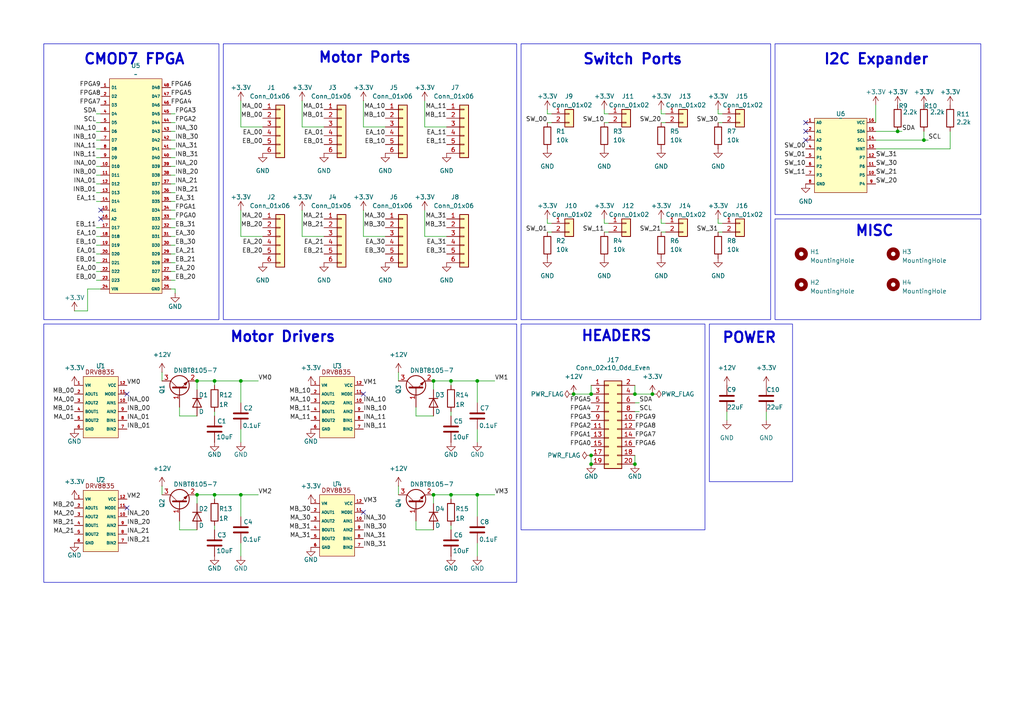
<source format=kicad_sch>
(kicad_sch (version 20231120) (generator "eeschema") (generator_version "8.0")
  (paper "A4")
  (junction (at 171.45 134.62))
  (junction (at 184.15 114.3))
  (junction (at 125.73 110.49))
  (junction (at 69.85 143.51))
  (junction (at 57.15 143.51))
  (junction (at 57.15 110.49))
  (junction (at 130.81 110.49))
  (junction (at 267.97 40.64))
  (junction (at 130.81 143.51))
  (junction (at 138.43 143.51))
  (junction (at 184.15 134.62))
  (junction (at 62.23 110.49))
  (junction (at 166.37 114.3))
  (junction (at 125.73 143.51))
  (junction (at 138.43 110.49))
  (junction (at 62.23 143.51))
  (junction (at 171.45 114.3))
  (junction (at 69.85 110.49))
  (junction (at 189.23 114.3))
  (junction (at 260.35 38.1))
  (junction (at 171.45 132.08))
  (no_connect (at 36.83 114.3))
  (no_connect (at 233.68 35.56))
  (no_connect (at 29.21 63.5))
  (no_connect (at 330.2 130.81))
  (no_connect (at 29.21 60.96))
  (no_connect (at 105.41 114.3))
  (no_connect (at 330.2 128.27))
  (no_connect (at 105.41 148.59))
  (no_connect (at 36.83 147.32))
  (no_connect (at 233.68 38.1))
  (no_connect (at 233.68 40.64))
  (wire (pts (xy 50.8 35.56) (xy 49.53 35.56)))
  (wire (pts (xy 27.94 35.56) (xy 29.21 35.56)))
  (wire (pts (xy 125.73 110.49) (xy 130.81 110.49)))
  (wire (pts (xy 50.8 53.34) (xy 49.53 53.34)))
  (wire (pts (xy 191.77 33.02) (xy 193.04 33.02)))
  (wire (pts (xy 27.94 48.26) (xy 29.21 48.26)))
  (wire (pts (xy 69.85 149.86) (xy 69.85 143.51)))
  (wire (pts (xy 254 40.64) (xy 267.97 40.64)))
  (wire (pts (xy 76.2 36.83) (xy 69.85 36.83)))
  (wire (pts (xy 27.94 50.8) (xy 29.21 50.8)))
  (wire (pts (xy 125.73 143.51) (xy 130.81 143.51)))
  (wire (pts (xy 27.94 78.74) (xy 29.21 78.74)))
  (wire (pts (xy 46.99 140.97) (xy 46.99 143.51)))
  (wire (pts (xy 208.28 35.56) (xy 209.55 35.56)))
  (wire (pts (xy 46.99 107.95) (xy 46.99 110.49)))
  (wire (pts (xy 254 38.1) (xy 260.35 38.1)))
  (wire (pts (xy 27.94 55.88) (xy 29.21 55.88)))
  (wire (pts (xy 138.43 149.86) (xy 138.43 143.51)))
  (wire (pts (xy 158.75 63.5) (xy 158.75 64.77)))
  (wire (pts (xy 69.85 36.83) (xy 69.85 29.21)))
  (wire (pts (xy 49.53 83.82) (xy 50.8 83.82)))
  (wire (pts (xy 158.75 33.02) (xy 160.02 33.02)))
  (wire (pts (xy 175.26 31.75) (xy 175.26 33.02)))
  (wire (pts (xy 130.81 110.49) (xy 138.43 110.49)))
  (wire (pts (xy 166.37 114.3) (xy 171.45 114.3)))
  (wire (pts (xy 50.8 73.66) (xy 49.53 73.66)))
  (wire (pts (xy 184.15 111.76) (xy 184.15 114.3)))
  (wire (pts (xy 62.23 143.51) (xy 69.85 143.51)))
  (wire (pts (xy 158.75 64.77) (xy 160.02 64.77)))
  (wire (pts (xy 50.8 48.26) (xy 49.53 48.26)))
  (wire (pts (xy 27.94 66.04) (xy 29.21 66.04)))
  (wire (pts (xy 50.8 68.58) (xy 49.53 68.58)))
  (wire (pts (xy 125.73 113.03) (xy 125.73 110.49)))
  (wire (pts (xy 69.85 68.58) (xy 69.85 60.96)))
  (wire (pts (xy 50.8 55.88) (xy 49.53 55.88)))
  (wire (pts (xy 123.19 68.58) (xy 123.19 60.96)))
  (wire (pts (xy 27.94 53.34) (xy 29.21 53.34)))
  (wire (pts (xy 105.41 36.83) (xy 105.41 29.21)))
  (wire (pts (xy 27.94 38.1) (xy 29.21 38.1)))
  (wire (pts (xy 62.23 144.78) (xy 62.23 143.51)))
  (wire (pts (xy 50.8 66.04) (xy 49.53 66.04)))
  (wire (pts (xy 57.15 146.05) (xy 57.15 143.51)))
  (wire (pts (xy 138.43 110.49) (xy 143.51 110.49)))
  (wire (pts (xy 69.85 110.49) (xy 74.93 110.49)))
  (wire (pts (xy 57.15 143.51) (xy 62.23 143.51)))
  (wire (pts (xy 175.26 35.56) (xy 176.53 35.56)))
  (wire (pts (xy 138.43 143.51) (xy 143.51 143.51)))
  (wire (pts (xy 130.81 111.76) (xy 130.81 110.49)))
  (wire (pts (xy 185.42 119.38) (xy 184.15 119.38)))
  (wire (pts (xy 120.65 120.65) (xy 120.65 118.11)))
  (wire (pts (xy 130.81 143.51) (xy 138.43 143.51)))
  (wire (pts (xy 208.28 64.77) (xy 209.55 64.77)))
  (wire (pts (xy 27.94 33.02) (xy 29.21 33.02)))
  (wire (pts (xy 115.57 107.95) (xy 115.57 110.49)))
  (wire (pts (xy 175.26 33.02) (xy 176.53 33.02)))
  (wire (pts (xy 25.4 83.82) (xy 29.21 83.82)))
  (wire (pts (xy 50.8 33.02) (xy 49.53 33.02)))
  (wire (pts (xy 115.57 140.97) (xy 115.57 143.51)))
  (wire (pts (xy 158.75 35.56) (xy 160.02 35.56)))
  (wire (pts (xy 129.54 68.58) (xy 123.19 68.58)))
  (wire (pts (xy 171.45 132.08) (xy 171.45 134.62)))
  (wire (pts (xy 184.15 114.3) (xy 189.23 114.3)))
  (wire (pts (xy 27.94 43.18) (xy 29.21 43.18)))
  (wire (pts (xy 57.15 113.03) (xy 57.15 110.49)))
  (wire (pts (xy 50.8 81.28) (xy 49.53 81.28)))
  (wire (pts (xy 50.8 83.82) (xy 50.8 85.09)))
  (wire (pts (xy 52.07 153.67) (xy 52.07 151.13)))
  (wire (pts (xy 120.65 153.67) (xy 125.73 153.67)))
  (wire (pts (xy 175.26 64.77) (xy 176.53 64.77)))
  (wire (pts (xy 275.59 38.1) (xy 275.59 43.18)))
  (wire (pts (xy 138.43 116.84) (xy 138.43 110.49)))
  (wire (pts (xy 208.28 63.5) (xy 208.28 64.77)))
  (wire (pts (xy 138.43 128.27) (xy 138.43 124.46)))
  (wire (pts (xy 171.45 111.76) (xy 171.45 114.3)))
  (wire (pts (xy 27.94 40.64) (xy 29.21 40.64)))
  (wire (pts (xy 27.94 81.28) (xy 29.21 81.28)))
  (wire (pts (xy 191.77 31.75) (xy 191.77 33.02)))
  (wire (pts (xy 254 43.18) (xy 275.59 43.18)))
  (wire (pts (xy 27.94 76.2) (xy 29.21 76.2)))
  (wire (pts (xy 27.94 45.72) (xy 29.21 45.72)))
  (wire (pts (xy 69.85 128.27) (xy 69.85 124.46)))
  (wire (pts (xy 254 30.48) (xy 254 35.56)))
  (wire (pts (xy 49.53 38.1) (xy 50.8 38.1)))
  (wire (pts (xy 138.43 161.29) (xy 138.43 157.48)))
  (wire (pts (xy 87.63 68.58) (xy 87.63 60.96)))
  (wire (pts (xy 52.07 120.65) (xy 57.15 120.65)))
  (wire (pts (xy 49.53 45.72) (xy 50.8 45.72)))
  (wire (pts (xy 50.8 60.96) (xy 49.53 60.96)))
  (wire (pts (xy 111.76 36.83) (xy 105.41 36.83)))
  (wire (pts (xy 185.42 116.84) (xy 184.15 116.84)))
  (wire (pts (xy 208.28 31.75) (xy 208.28 33.02)))
  (wire (pts (xy 93.98 68.58) (xy 87.63 68.58)))
  (wire (pts (xy 208.28 67.31) (xy 209.55 67.31)))
  (wire (pts (xy 57.15 110.49) (xy 62.23 110.49)))
  (wire (pts (xy 267.97 38.1) (xy 267.97 40.64)))
  (wire (pts (xy 52.07 153.67) (xy 57.15 153.67)))
  (wire (pts (xy 184.15 132.08) (xy 184.15 134.62)))
  (wire (pts (xy 191.77 64.77) (xy 193.04 64.77)))
  (wire (pts (xy 62.23 153.67) (xy 62.23 152.4)))
  (wire (pts (xy 76.2 68.58) (xy 69.85 68.58)))
  (wire (pts (xy 210.82 119.38) (xy 210.82 121.92)))
  (wire (pts (xy 50.8 63.5) (xy 49.53 63.5)))
  (wire (pts (xy 130.81 153.67) (xy 130.81 152.4)))
  (wire (pts (xy 158.75 31.75) (xy 158.75 33.02)))
  (wire (pts (xy 175.26 63.5) (xy 175.26 64.77)))
  (wire (pts (xy 25.4 90.17) (xy 21.59 90.17)))
  (wire (pts (xy 129.54 36.83) (xy 123.19 36.83)))
  (wire (pts (xy 222.25 119.38) (xy 222.25 121.92)))
  (wire (pts (xy 69.85 143.51) (xy 74.93 143.51)))
  (wire (pts (xy 69.85 161.29) (xy 69.85 157.48)))
  (wire (pts (xy 130.81 120.65) (xy 130.81 119.38)))
  (wire (pts (xy 62.23 120.65) (xy 62.23 119.38)))
  (wire (pts (xy 120.65 153.67) (xy 120.65 151.13)))
  (wire (pts (xy 50.8 58.42) (xy 49.53 58.42)))
  (wire (pts (xy 158.75 67.31) (xy 160.02 67.31)))
  (wire (pts (xy 27.94 68.58) (xy 29.21 68.58)))
  (wire (pts (xy 125.73 146.05) (xy 125.73 143.51)))
  (wire (pts (xy 62.23 110.49) (xy 69.85 110.49)))
  (wire (pts (xy 49.53 43.18) (xy 50.8 43.18)))
  (wire (pts (xy 50.8 76.2) (xy 49.53 76.2)))
  (wire (pts (xy 130.81 144.78) (xy 130.81 143.51)))
  (wire (pts (xy 120.65 120.65) (xy 125.73 120.65)))
  (wire (pts (xy 27.94 58.42) (xy 29.21 58.42)))
  (wire (pts (xy 123.19 36.83) (xy 123.19 29.21)))
  (wire (pts (xy 25.4 90.17) (xy 25.4 83.82)))
  (wire (pts (xy 191.77 63.5) (xy 191.77 64.77)))
  (wire (pts (xy 267.97 40.64) (xy 269.24 40.64)))
  (wire (pts (xy 50.8 71.12) (xy 49.53 71.12)))
  (wire (pts (xy 49.53 40.64) (xy 50.8 40.64)))
  (wire (pts (xy 191.77 67.31) (xy 193.04 67.31)))
  (wire (pts (xy 52.07 120.65) (xy 52.07 118.11)))
  (wire (pts (xy 27.94 73.66) (xy 29.21 73.66)))
  (wire (pts (xy 208.28 33.02) (xy 209.55 33.02)))
  (wire (pts (xy 175.26 67.31) (xy 176.53 67.31)))
  (wire (pts (xy 27.94 71.12) (xy 29.21 71.12)))
  (wire (pts (xy 69.85 116.84) (xy 69.85 110.49)))
  (wire (pts (xy 50.8 50.8) (xy 49.53 50.8)))
  (wire (pts (xy 87.63 36.83) (xy 87.63 29.21)))
  (wire (pts (xy 105.41 68.58) (xy 105.41 60.96)))
  (wire (pts (xy 191.77 35.56) (xy 193.04 35.56)))
  (wire (pts (xy 260.35 38.1) (xy 261.62 38.1)))
  (wire (pts (xy 111.76 68.58) (xy 105.41 68.58)))
  (wire (pts (xy 93.98 36.83) (xy 87.63 36.83)))
  (wire (pts (xy 50.8 78.74) (xy 49.53 78.74)))
  (wire (pts (xy 62.23 111.76) (xy 62.23 110.49)))
  (rectangle (start 12.7 12.7) (end 63.5 92.71))
  (rectangle (start 224.79 63.5) (end 284.48 92.71))
  (rectangle (start 224.79 12.7) (end 284.48 62.23))
  (rectangle (start 12.7 93.98) (end 149.86 168.91))
  (rectangle (start 64.77 12.7) (end 149.86 92.71))
  (rectangle (start 151.13 12.7) (end 223.52 92.71))
  (rectangle (start 151.13 93.98) (end 204.47 153.67))
  (rectangle (start 205.74 93.98) (end 229.87 139.7))
  (text "CMOD7 FPGA" (at 24.13 19.05 0) (effects (font (size 3 3) (thickness 0.6) (bold yes)) (justify left bottom)))
  (text "I2C Expander" (at 238.76 19.05 0) (effects (font (size 3 3) (thickness 0.6) (bold yes)) (justify left bottom)))
  (text "Motor Ports" (at 92.202 18.542 0) (effects (font (size 3 3) (thickness 0.6) (bold yes)) (justify left bottom)))
  (text "Switch Ports" (at 168.91 19.05 0) (effects (font (size 3 3) (thickness 0.6) (bold yes)) (justify left bottom)))
  (text "POWER" (at 209.296 99.822 0) (effects (font (size 3 3) (thickness 0.6) (bold yes)) (justify left bottom)))
  (text "MISC" (at 247.904 68.834 0) (effects (font (size 3 3) (thickness 0.6) (bold yes)) (justify left bottom)))
  (text "Motor Drivers" (at 66.548 99.568 0) (effects (font (size 3 3) (thickness 0.6) (bold yes)) (justify left bottom)))
  (text "HEADERS\n" (at 168.402 99.314 0) (effects (font (size 3 3) (thickness 0.6) (bold yes)) (justify left bottom)))
  (label "SW_30" (at 208.28 35.56 180))
  (label "FPGA4" (at 49.53 30.48 0))
  (label "MB_21" (at 21.59 152.4 180))
  (label "INA_30" (at 50.8 38.1 0))
  (label "EA_21" (at 93.98 71.12 180))
  (label "FPGA5" (at 49.53 27.94 0))
  (label "EA_21" (at 50.8 73.66 0))
  (label "INA_20" (at 36.83 149.86 0))
  (label "MB_31" (at 90.17 153.67 180))
  (label "MA_31" (at 129.54 63.5 180))
  (label "SW_01" (at 158.75 67.31 180))
  (label "FPGA1" (at 50.8 60.96 0))
  (label "FPGA5" (at 171.45 116.84 180))
  (label "EB_30" (at 50.8 71.12 0))
  (label "EA_31" (at 50.8 58.42 0))
  (label "INB_01" (at 36.83 124.46 0))
  (label "VM1" (at 105.41 111.76 0))
  (label "EB_11" (at 27.94 66.04 180))
  (label "FPGA7" (at 29.21 30.48 180))
  (label "INB_10" (at 27.94 40.64 180))
  (label "MB_11" (at 129.54 34.29 180))
  (label "MB_01" (at 21.59 119.38 180))
  (label "MA_11" (at 90.17 121.92 180))
  (label "SW_01" (at 233.68 45.72 180))
  (label "MA_00" (at 21.59 116.84 180))
  (label "SW_20" (at 254 53.34 0))
  (label "INB_00" (at 27.94 50.8 180))
  (label "EB_11" (at 129.54 41.91 180))
  (label "FPGA8" (at 29.21 27.94 180))
  (label "INA_00" (at 36.83 116.84 0))
  (label "EB_01" (at 93.98 41.91 180))
  (label "EA_01" (at 27.94 73.66 180))
  (label "MB_20" (at 21.59 147.32 180))
  (label "SCL" (at 185.42 119.38 0))
  (label "EB_20" (at 76.2 73.66 180))
  (label "MA_10" (at 90.17 116.84 180))
  (label "EB_31" (at 50.8 66.04 0))
  (label "INB_20" (at 50.8 50.8 0))
  (label "INA_31" (at 105.41 156.21 0))
  (label "FPGA9" (at 29.21 25.4 180))
  (label "EB_20" (at 50.8 81.28 0))
  (label "MB_01" (at 93.98 34.29 180))
  (label "MB_10" (at 111.76 34.29 180))
  (label "MA_01" (at 21.59 121.92 180))
  (label "FPGA1" (at 171.45 127 180))
  (label "MA_20" (at 76.2 63.5 180))
  (label "INB_31" (at 105.41 158.75 0))
  (label "EB_21" (at 93.98 73.66 180))
  (label "MB_00" (at 76.2 34.29 180))
  (label "SW_00" (at 233.68 43.18 180))
  (label "SW_21" (at 191.77 67.31 180))
  (label "VM0" (at 36.83 111.76 0))
  (label "EB_30" (at 111.76 73.66 180))
  (label "FPGA2" (at 50.8 35.56 0))
  (label "INA_01" (at 36.83 121.92 0))
  (label "MA_21" (at 21.59 154.94 180))
  (label "EB_00" (at 76.2 41.91 180))
  (label "FPGA0" (at 50.8 63.5 0))
  (label "EB_10" (at 27.94 71.12 180))
  (label "EA_11" (at 129.54 39.37 180))
  (label "MB_30" (at 111.76 66.04 180))
  (label "FPGA6" (at 184.15 129.54 0))
  (label "VM2" (at 36.83 144.78 0))
  (label "EA_10" (at 111.76 39.37 180))
  (label "INB_00" (at 36.83 119.38 0))
  (label "EA_20" (at 50.8 78.74 0))
  (label "EB_00" (at 27.94 81.28 180))
  (label "EA_01" (at 93.98 39.37 180))
  (label "SCL" (at 269.24 40.64 0))
  (label "MB_10" (at 90.17 114.3 180))
  (label "MB_21" (at 93.98 66.04 180))
  (label "EB_01" (at 27.94 76.2 180))
  (label "SW_31" (at 254 45.72 0))
  (label "EA_00" (at 76.2 39.37 180))
  (label "SW_00" (at 158.75 35.56 180))
  (label "MA_01" (at 93.98 31.75 180))
  (label "MB_11" (at 90.17 119.38 180))
  (label "FPGA0" (at 171.45 129.54 180))
  (label "VM2" (at 74.93 143.51 0))
  (label "SDA" (at 185.42 116.84 0))
  (label "INA_01" (at 27.94 53.34 180))
  (label "EA_31" (at 129.54 71.12 180))
  (label "SDA" (at 27.94 33.02 180))
  (label "INB_01" (at 27.94 55.88 180))
  (label "EA_10" (at 27.94 68.58 180))
  (label "MA_00" (at 76.2 31.75 180))
  (label "EA_30" (at 111.76 71.12 180))
  (label "MB_20" (at 76.2 66.04 180))
  (label "FPGA2" (at 171.45 124.46 180))
  (label "INA_21" (at 36.83 154.94 0))
  (label "INA_10" (at 105.41 116.84 0))
  (label "SW_20" (at 191.77 35.56 180))
  (label "MA_20" (at 21.59 149.86 180))
  (label "INA_31" (at 50.8 43.18 0))
  (label "INA_11" (at 105.41 121.92 0))
  (label "SW_11" (at 233.68 50.8 180))
  (label "INB_20" (at 36.83 152.4 0))
  (label "FPGA8" (at 184.15 124.46 0))
  (label "MA_10" (at 111.76 31.75 180))
  (label "VM3" (at 143.51 143.51 0))
  (label "INA_21" (at 50.8 53.34 0))
  (label "SW_31" (at 208.28 67.31 180))
  (label "INB_21" (at 50.8 55.88 0))
  (label "EA_30" (at 50.8 68.58 0))
  (label "INB_30" (at 105.41 153.67 0))
  (label "VM0" (at 74.93 110.49 0))
  (label "SCL" (at 27.94 35.56 180))
  (label "EB_21" (at 50.8 76.2 0))
  (label "MA_11" (at 129.54 31.75 180))
  (label "MA_30" (at 90.17 151.13 180))
  (label "MA_21" (at 93.98 63.5 180))
  (label "EA_11" (at 27.94 58.42 180))
  (label "SW_10" (at 233.68 48.26 180))
  (label "FPGA4" (at 171.45 119.38 180))
  (label "MB_00" (at 21.59 114.3 180))
  (label "INA_20" (at 50.8 48.26 0))
  (label "EA_00" (at 27.94 78.74 180))
  (label "FPGA7" (at 184.15 127 0))
  (label "INB_11" (at 27.94 45.72 180))
  (label "INB_31" (at 50.8 45.72 0))
  (label "FPGA3" (at 171.45 121.92 180))
  (label "INA_10" (at 27.94 38.1 180))
  (label "SW_11" (at 175.26 67.31 180))
  (label "SDA" (at 261.62 38.1 0))
  (label "INB_11" (at 105.41 124.46 0))
  (label "MB_31" (at 129.54 66.04 180))
  (label "VM1" (at 143.51 110.49 0))
  (label "EB_10" (at 111.76 41.91 180))
  (label "INB_10" (at 105.41 119.38 0))
  (label "EA_20" (at 76.2 71.12 180))
  (label "INB_30" (at 50.8 40.64 0))
  (label "INA_00" (at 27.94 48.26 180))
  (label "VM3" (at 105.41 146.05 0))
  (label "INB_21" (at 36.83 157.48 0))
  (label "MB_30" (at 90.17 148.59 180))
  (label "SW_10" (at 175.26 35.56 180))
  (label "FPGA9" (at 184.15 121.92 0))
  (label "FPGA6" (at 49.53 25.4 0))
  (label "INA_11" (at 27.94 43.18 180))
  (label "SW_21" (at 254 50.8 0))
  (label "EB_31" (at 129.54 73.66 180))
  (label "MA_30" (at 111.76 63.5 180))
  (label "INA_30" (at 105.41 151.13 0))
  (label "FPGA3" (at 50.8 33.02 0))
  (label "SW_30" (at 254 48.26 0))
  (label "MA_31" (at 90.17 156.21 180))
  (symbol (lib_id "power:+3.3V") (at 123.19 29.21 0) (unit 1)
    (property "Reference" "#PWR013" (effects (hide yes)))
    (property "Value" "+3.3V" (at 123.19 25.4 0))
    (property "Description" "Power symbol creates a global label with name \"+3.3V\"" (effects (hide yes)))
  )
  (symbol (lib_id "power:+3.3V") (at 191.77 63.5 0) (unit 1)
    (property "Reference" "#PWR027" (effects (hide yes)))
    (property "Value" "+3.3V" (at 191.77 59.69 0))
    (property "Description" "Power symbol creates a global label with name \"+3.3V\"" (effects (hide yes)))
  )
  (symbol (lib_id "Device:D") (at 125.73 149.86 270) (unit 1)
    (property "Reference" "D4" (at 126.238 147.574 90) (effects (justify left)))
    (property "Value" "D" (at 126.238 152.4 90) (effects (justify left)))
    (property "Footprint" "Diode_SMD:D_SMA" (effects (hide yes)))
    (property "Description" "Diode" (effects (hide yes)))
    (property "Sim.Device" "D" (effects (hide yes)))
    (property "Sim.Pins" "1=K 2=A" (effects (hide yes)))
  )
  (symbol (lib_id "Device:R") (at 158.75 71.12 0) (unit 1)
    (property "Reference" "R2" (at 161.29 69.8499 0) (effects (justify left)))
    (property "Value" "10k" (at 161.29 72.3899 0) (effects (justify left)))
    (property "Footprint" "Resistor_SMD:R_0603_1608Metric_Pad0.98x0.95mm_HandSolder" (effects (hide yes)))
    (property "Description" "Resistor" (effects (hide yes)))
  )
  (symbol (lib_id "Connector_Generic:Conn_01x02") (at 214.63 33.02 0) (unit 1)
    (property "Reference" "J15" (at 213.36 27.94 0) (effects (justify left)))
    (property "Value" "Conn_01x02" (at 209.55 30.48 0) (effects (justify left)))
    (property "Footprint" "Connector_PinHeader_2.54mm:PinHeader_1x02_P2.54mm_Vertical_SMD_Pin1Left" (effects (hide yes)))
    (property "Description" "Generic connector, single row, 01x02, script generated (kicad-library-utils/schlib/autogen/connector/)" (effects (hide yes)))
  )
  (symbol (lib_id "power:+3.3V") (at 158.75 63.5 0) (unit 1)
    (property "Reference" "#PWR019" (effects (hide yes)))
    (property "Value" "+3.3V" (at 158.75 59.69 0))
    (property "Description" "Power symbol creates a global label with name \"+3.3V\"" (effects (hide yes)))
  )
  (symbol (lib_id "power:+3.3V") (at 222.25 111.76 0) (unit 1)
    (property "Reference" "#PWR070" (effects (hide yes)))
    (property "Value" "+3.3V" (at 222.25 106.68 0))
    (property "Description" "Power symbol creates a global label with name \"+3.3V\"" (effects (hide yes)))
  )
  (symbol (lib_id "power:GND") (at 76.2 76.2 0) (unit 1)
    (property "Reference" "#PWR04" (effects (hide yes)))
    (property "Value" "GND" (at 76.2 81.28 0))
    (property "Description" "Power symbol creates a global label with name \"GND\" , ground" (effects (hide yes)))
  )
  (symbol (lib_id "power:GND") (at 208.28 74.93 0) (unit 1)
    (property "Reference" "#PWR032" (effects (hide yes)))
    (property "Value" "GND" (at 208.28 80.01 0))
    (property "Description" "Power symbol creates a global label with name \"GND\" , ground" (effects (hide yes)))
  )
  (symbol (lib_id "Device:R") (at 175.26 39.37 0) (unit 1)
    (property "Reference" "R3" (at 177.8 38.0999 0) (effects (justify left)))
    (property "Value" "10k" (at 177.8 40.6399 0) (effects (justify left)))
    (property "Footprint" "Resistor_SMD:R_0603_1608Metric_Pad0.98x0.95mm_HandSolder" (effects (hide yes)))
    (property "Description" "Resistor" (effects (hide yes)))
  )
  (symbol (lib_id "RiskyBear:DRV8835") (at 29.21 109.22 0) (unit 1)
    (property "Reference" "U1" (at 29.21 106.172 0))
    (property "Value" "~" (at 29.21 105.41 0))
    (property "Footprint" "Package_DFN_QFN:TDFN-12_2x3mm_P0.5mm" (effects (hide yes)))
  )
  (symbol (lib_id "RiskyBear:DRV8835") (at 29.21 142.24 0) (unit 1)
    (property "Reference" "U2" (at 29.21 139.192 0))
    (property "Value" "~" (at 29.21 138.43 0))
    (property "Footprint" "Package_DFN_QFN:TDFN-12_2x3mm_P0.5mm" (effects (hide yes)))
  )
  (symbol (lib_id "Device:C") (at 62.23 157.48 0) (unit 1)
    (property "Reference" "C3" (at 62.992 155.194 0) (effects (justify left)))
    (property "Value" "10uF" (at 62.738 159.766 0) (effects (justify left)))
    (property "Footprint" "Capacitor_SMD:C_0805_2012Metric" (effects (hide yes)))
    (property "Description" "Unpolarized capacitor" (effects (hide yes)))
  )
  (symbol (lib_id "Connector_Generic:Conn_01x06") (at 81.28 68.58 0) (unit 1)
    (property "Reference" "J2" (at 77.47 57.15 0) (effects (justify left)))
    (property "Value" "Conn_01x06" (at 72.39 59.69 0) (effects (justify left)))
    (property "Footprint" "Connector_JST:JST_SH_BM06B-SRSS-TB_1x06-1MP_P1.00mm_Vertical" (effects (hide yes)))
    (property "Description" "Generic connector, single row, 01x06, script generated (kicad-library-utils/schlib/autogen/connector/)" (effects (hide yes)))
  )
  (symbol (lib_id "Connector_Generic:Conn_01x06") (at 116.84 36.83 0) (unit 1)
    (property "Reference" "J5" (at 113.03 25.4 0) (effects (justify left)))
    (property "Value" "Conn_01x06" (at 107.95 27.94 0) (effects (justify left)))
    (property "Footprint" "Connector_JST:JST_SH_BM06B-SRSS-TB_1x06-1MP_P1.00mm_Vertical" (effects (hide yes)))
    (property "Description" "Generic connector, single row, 01x06, script generated (kicad-library-utils/schlib/autogen/connector/)" (effects (hide yes)))
  )
  (symbol (lib_id "power:+3.3V") (at 275.59 30.48 0) (unit 1)
    (property "Reference" "#PWR055" (effects (hide yes)))
    (property "Value" "+3.3V" (at 275.59 26.67 0))
    (property "Description" "Power symbol creates a global label with name \"+3.3V\"" (effects (hide yes)))
  )
  (symbol (lib_id "power:+3.3V") (at 254 30.48 0) (unit 1)
    (property "Reference" "#PWR052" (effects (hide yes)))
    (property "Value" "+3.3V" (at 254 26.67 0))
    (property "Description" "Power symbol creates a global label with name \"+3.3V\"" (effects (hide yes)))
  )
  (symbol (lib_id "power:+3.3V") (at 175.26 63.5 0) (unit 1)
    (property "Reference" "#PWR023" (effects (hide yes)))
    (property "Value" "+3.3V" (at 175.26 59.69 0))
    (property "Description" "Power symbol creates a global label with name \"+3.3V\"" (effects (hide yes)))
  )
  (symbol (lib_id "power:GND") (at 69.85 128.27 0) (unit 1)
    (property "Reference" "#PWR047" (effects (hide yes)))
    (property "Value" "GND" (at 69.85 131.826 0))
    (property "Description" "Power symbol creates a global label with name \"GND\" , ground" (effects (hide yes)))
  )
  (symbol (lib_id "power:+3.3V") (at 175.26 31.75 0) (unit 1)
    (property "Reference" "#PWR021" (effects (hide yes)))
    (property "Value" "+3.3V" (at 175.26 27.94 0))
    (property "Description" "Power symbol creates a global label with name \"+3.3V\"" (effects (hide yes)))
  )
  (symbol (lib_id "Device:R") (at 62.23 115.57 0) (unit 1)
    (property "Reference" "R12" (at 63.5 114.554 0) (effects (justify left)))
    (property "Value" "1R" (at 63.5 117.348 0) (effects (justify left)))
    (property "Footprint" "Capacitor_SMD:C_0603_1608Metric" (effects (hide yes)))
    (property "Description" "Resistor" (effects (hide yes)))
  )
  (symbol (lib_id "power:GND") (at 175.26 74.93 0) (unit 1)
    (property "Reference" "#PWR024" (effects (hide yes)))
    (property "Value" "GND" (at 175.26 80.01 0))
    (property "Description" "Power symbol creates a global label with name \"GND\" , ground" (effects (hide yes)))
  )
  (symbol (lib_id "Device:C") (at 69.85 153.67 0) (unit 1)
    (property "Reference" "C4" (at 70.612 151.384 0) (effects (justify left)))
    (property "Value" "0.1uF" (at 70.358 156.464 0) (effects (justify left)))
    (property "Footprint" "Capacitor_SMD:C_0805_2012Metric" (effects (hide yes)))
    (property "Description" "Unpolarized capacitor" (effects (hide yes)))
  )
  (symbol (lib_id "Connector_Generic:Conn_01x06") (at 116.84 68.58 0) (unit 1)
    (property "Reference" "J6" (at 113.03 57.15 0) (effects (justify left)))
    (property "Value" "Conn_01x06" (at 107.95 59.69 0) (effects (justify left)))
    (property "Footprint" "Connector_JST:JST_SH_BM06B-SRSS-TB_1x06-1MP_P1.00mm_Vertical" (effects (hide yes)))
    (property "Description" "Generic connector, single row, 01x06, script generated (kicad-library-utils/schlib/autogen/connector/)" (effects (hide yes)))
  )
  (symbol (lib_id "power:GND") (at 93.98 44.45 0) (unit 1)
    (property "Reference" "#PWR07" (effects (hide yes)))
    (property "Value" "GND" (at 93.98 49.53 0))
    (property "Description" "Power symbol creates a global label with name \"GND\" , ground" (effects (hide yes)))
  )
  (symbol (lib_id "Device:C") (at 62.23 124.46 0) (unit 1)
    (property "Reference" "C1" (at 62.992 122.174 0) (effects (justify left)))
    (property "Value" "10uF" (at 62.738 126.746 0) (effects (justify left)))
    (property "Footprint" "Capacitor_SMD:C_0805_2012Metric" (effects (hide yes)))
    (property "Description" "Unpolarized capacitor" (effects (hide yes)))
  )
  (symbol (lib_id "power:+12V") (at 115.57 140.97 0) (unit 1)
    (property "Reference" "#PWR059" (effects (hide yes)))
    (property "Value" "+12V" (at 115.57 135.89 0))
    (property "Description" "Power symbol creates a global label with name \"+12V\"" (effects (hide yes)))
  )
  (symbol (lib_id "Device:R") (at 62.23 148.59 0) (unit 1)
    (property "Reference" "R13" (at 63.5 147.574 0) (effects (justify left)))
    (property "Value" "1R" (at 63.5 150.368 0) (effects (justify left)))
    (property "Footprint" "Capacitor_SMD:C_0603_1608Metric" (effects (hide yes)))
    (property "Description" "Resistor" (effects (hide yes)))
  )
  (symbol (lib_id "power:+3.3V") (at 69.85 29.21 0) (unit 1)
    (property "Reference" "#PWR01" (effects (hide yes)))
    (property "Value" "+3.3V" (at 69.85 25.4 0))
    (property "Description" "Power symbol creates a global label with name \"+3.3V\"" (effects (hide yes)))
  )
  (symbol (lib_id "power:GND") (at 111.76 76.2 0) (unit 1)
    (property "Reference" "#PWR012" (effects (hide yes)))
    (property "Value" "GND" (at 111.76 81.28 0))
    (property "Description" "Power symbol creates a global label with name \"GND\" , ground" (effects (hide yes)))
  )
  (symbol (lib_id "Connector_Generic:Conn_01x06") (at 81.28 36.83 0) (unit 1)
    (property "Reference" "J1" (at 77.47 25.4 0) (effects (justify left)))
    (property "Value" "Conn_01x06" (at 72.39 27.94 0) (effects (justify left)))
    (property "Footprint" "Connector_JST:JST_SH_BM06B-SRSS-TB_1x06-1MP_P1.00mm_Vertical" (effects (hide yes)))
    (property "Description" "Generic connector, single row, 01x06, script generated (kicad-library-utils/schlib/autogen/connector/)" (effects (hide yes)))
  )
  (symbol (lib_id "Connector_Generic:Conn_01x02") (at 198.12 33.02 0) (unit 1)
    (property "Reference" "J13" (at 196.85 27.94 0) (effects (justify left)))
    (property "Value" "Conn_01x02" (at 193.04 30.48 0) (effects (justify left)))
    (property "Footprint" "Connector_PinHeader_2.54mm:PinHeader_1x02_P2.54mm_Vertical_SMD_Pin1Left" (effects (hide yes)))
    (property "Description" "Generic connector, single row, 01x02, script generated (kicad-library-utils/schlib/autogen/connector/)" (effects (hide yes)))
  )
  (symbol (lib_id "power:+3.3V") (at 105.41 29.21 0) (unit 1)
    (property "Reference" "#PWR09" (effects (hide yes)))
    (property "Value" "+3.3V" (at 105.41 25.4 0))
    (property "Description" "Power symbol creates a global label with name \"+3.3V\"" (effects (hide yes)))
  )
  (symbol (lib_id "power:GND") (at 130.81 161.29 0) (unit 1)
    (property "Reference" "#PWR061" (effects (hide yes)))
    (property "Value" "GND" (at 130.81 164.846 0))
    (property "Description" "Power symbol creates a global label with name \"GND\" , ground" (effects (hide yes)))
  )
  (symbol (lib_id "power:GND") (at 62.23 128.27 0) (unit 1)
    (property "Reference" "#PWR046" (effects (hide yes)))
    (property "Value" "GND" (at 62.23 131.826 0))
    (property "Description" "Power symbol creates a global label with name \"GND\" , ground" (effects (hide yes)))
  )
  (symbol (lib_id "power:GND") (at 233.68 53.34 0) (unit 1)
    (property "Reference" "#PWR051" (effects (hide yes)))
    (property "Value" "GND" (at 233.68 58.42 0))
    (property "Description" "Power symbol creates a global label with name \"GND\" , ground" (effects (hide yes)))
  )
  (symbol (lib_id "Device:R") (at 158.75 39.37 0) (unit 1)
    (property "Reference" "R1" (at 161.29 38.0999 0) (effects (justify left)))
    (property "Value" "10k" (at 161.29 40.6399 0) (effects (justify left)))
    (property "Footprint" "Resistor_SMD:R_0603_1608Metric_Pad0.98x0.95mm_HandSolder" (effects (hide yes)))
    (property "Description" "Resistor" (effects (hide yes)))
  )
  (symbol (lib_id "Device:Q_NPN_BEC") (at 120.65 113.03 90) (unit 1)
    (property "Reference" "Q3" (at 115.57 114.3 0) (effects (justify left)))
    (property "Value" "DNBT8105-7" (at 131.572 107.442 90) (effects (justify left)))
    (property "Footprint" "Package_TO_SOT_SMD:SOT-23" (effects (hide yes)))
    (property "Description" "NPN transistor, base/emitter/collector" (effects (hide yes)))
  )
  (symbol (lib_id "Device:R") (at 267.97 34.29 0) (unit 1)
    (property "Reference" "R10" (at 267.97 30.734 0) (effects (justify left)))
    (property "Value" "2.2k" (at 269.748 32.512 0) (effects (justify left)))
    (property "Footprint" "Resistor_SMD:R_0603_1608Metric_Pad0.98x0.95mm_HandSolder" (effects (hide yes)))
    (property "Description" "Resistor" (effects (hide yes)))
  )
  (symbol (lib_id "power:+3.3V") (at 21.59 111.76 0) (unit 1)
    (property "Reference" "#PWR035" (effects (hide yes)))
    (property "Value" "+3.3V" (at 21.59 106.68 0))
    (property "Description" "Power symbol creates a global label with name \"+3.3V\"" (effects (hide yes)))
  )
  (symbol (lib_id "Connector_Generic:Conn_02x10_Odd_Even") (at 176.53 121.92 0) (unit 1)
    (property "Reference" "J17" (at 177.8 104.394 0))
    (property "Value" "Conn_02x10_Odd_Even" (at 177.8 106.68 0))
    (property "Footprint" "Connector_PinHeader_2.54mm:PinHeader_2x10_P2.54mm_Vertical" (effects (hide yes)))
    (property "Description" "Generic connector, double row, 02x10, odd/even pin numbering scheme (row 1 odd numbers, row 2 even numbers), script generated (kicad-library-utils/schlib/autogen/connector/)" (effects (hide yes)))
  )
  (symbol (lib_id "Connector_Generic:Conn_01x02") (at 198.12 64.77 0) (unit 1)
    (property "Reference" "J14" (at 196.85 59.69 0) (effects (justify left)))
    (property "Value" "Conn_01x02" (at 193.04 62.23 0) (effects (justify left)))
    (property "Footprint" "Connector_PinHeader_2.54mm:PinHeader_1x02_P2.54mm_Vertical_SMD_Pin1Left" (effects (hide yes)))
    (property "Description" "Generic connector, single row, 01x02, script generated (kicad-library-utils/schlib/autogen/connector/)" (effects (hide yes)))
  )
  (symbol (lib_id "Device:Q_NPN_BEC") (at 52.07 113.03 90) (unit 1)
    (property "Reference" "Q1" (at 46.99 114.3 0) (effects (justify left)))
    (property "Value" "DNBT8105-7" (at 62.992 107.442 90) (effects (justify left)))
    (property "Footprint" "Package_TO_SOT_SMD:SOT-23" (effects (hide yes)))
    (property "Description" "NPN transistor, base/emitter/collector" (effects (hide yes)))
  )
  (symbol (lib_id "Device:C") (at 130.81 124.46 0) (unit 1)
    (property "Reference" "C5" (at 131.572 122.174 0) (effects (justify left)))
    (property "Value" "10uF" (at 131.318 126.746 0) (effects (justify left)))
    (property "Footprint" "Capacitor_SMD:C_0805_2012Metric" (effects (hide yes)))
    (property "Description" "Unpolarized capacitor" (effects (hide yes)))
  )
  (symbol (lib_id "power:GND") (at 138.43 161.29 0) (unit 1)
    (property "Reference" "#PWR063" (effects (hide yes)))
    (property "Value" "GND" (at 138.43 164.846 0))
    (property "Description" "Power symbol creates a global label with name \"GND\" , ground" (effects (hide yes)))
  )
  (symbol (lib_id "Mechanical:MountingHole") (at 232.41 82.55 0) (unit 1)
    (property "Reference" "H2" (at 234.95 81.915 0) (effects (justify left)))
    (property "Value" "MountingHole" (at 234.95 84.455 0) (effects (justify left)))
    (property "Footprint" "MountingHole:MountingHole_3.2mm_M3" (effects (hide yes)))
    (property "Description" "Mounting Hole without connection" (effects (hide yes)))
  )
  (symbol (lib_id "Mechanical:MountingHole") (at 259.08 73.66 0) (unit 1)
    (property "Reference" "H3" (at 261.62 73.025 0) (effects (justify left)))
    (property "Value" "MountingHole" (at 261.62 75.565 0) (effects (justify left)))
    (property "Footprint" "MountingHole:MountingHole_3.2mm_M3" (effects (hide yes)))
    (property "Description" "Mounting Hole without connection" (effects (hide yes)))
  )
  (symbol (lib_id "Device:C") (at 222.25 115.57 0) (unit 1)
    (property "Reference" "C10" (at 222.25 113.03 0) (effects (justify left)))
    (property "Value" "22uF" (at 222.25 118.11 0) (effects (justify left)))
    (property "Footprint" "Capacitor_THT:CP_Radial_D5.0mm_P2.00mm" (effects (hide yes)))
    (property "Description" "Unpolarized capacitor" (effects (hide yes)))
  )
  (symbol (lib_id "power:GND") (at 191.77 74.93 0) (unit 1)
    (property "Reference" "#PWR028" (effects (hide yes)))
    (property "Value" "GND" (at 191.77 80.01 0))
    (property "Description" "Power symbol creates a global label with name \"GND\" , ground" (effects (hide yes)))
  )
  (symbol (lib_id "Connector_Generic:Conn_01x02") (at 214.63 64.77 0) (unit 1)
    (property "Reference" "J16" (at 213.36 59.69 0) (effects (justify left)))
    (property "Value" "Conn_01x02" (at 209.55 62.23 0) (effects (justify left)))
    (property "Footprint" "Connector_PinHeader_2.54mm:PinHeader_1x02_P2.54mm_Vertical_SMD_Pin1Left" (effects (hide yes)))
    (property "Description" "Generic connector, single row, 01x02, script generated (kicad-library-utils/schlib/autogen/connector/)" (effects (hide yes)))
  )
  (symbol (lib_id "power:+3.3V") (at 21.59 90.17 0) (unit 1)
    (property "Reference" "#PWR049" (effects (hide yes)))
    (property "Value" "+3.3V" (at 21.59 86.36 0))
    (property "Description" "Power symbol creates a global label with name \"+3.3V\"" (effects (hide yes)))
  )
  (symbol (lib_id "Device:D") (at 57.15 149.86 270) (unit 1)
    (property "Reference" "D2" (at 57.658 147.574 90) (effects (justify left)))
    (property "Value" "D" (at 57.658 152.4 90) (effects (justify left)))
    (property "Footprint" "Diode_SMD:D_SMA" (effects (hide yes)))
    (property "Description" "Diode" (effects (hide yes)))
    (property "Sim.Device" "D" (effects (hide yes)))
    (property "Sim.Pins" "1=K 2=A" (effects (hide yes)))
  )
  (symbol (lib_id "RiskyBear:DRV8835") (at 97.79 109.22 0) (unit 1)
    (property "Reference" "U3" (at 97.79 106.172 0))
    (property "Value" "~" (at 97.79 105.41 0))
    (property "Footprint" "Package_DFN_QFN:TDFN-12_2x3mm_P0.5mm" (effects (hide yes)))
  )
  (symbol (lib_id "Device:D") (at 57.15 116.84 270) (unit 1)
    (property "Reference" "D1" (at 57.658 114.554 90) (effects (justify left)))
    (property "Value" "D" (at 57.658 119.38 90) (effects (justify left)))
    (property "Footprint" "Diode_SMD:D_SMA" (effects (hide yes)))
    (property "Description" "Diode" (effects (hide yes)))
    (property "Sim.Device" "D" (effects (hide yes)))
    (property "Sim.Pins" "1=K 2=A" (effects (hide yes)))
  )
  (symbol (lib_id "power:+12V") (at 166.37 114.3 0) (mirror y) (unit 1)
    (property "Reference" "#PWR041" (effects (hide yes)))
    (property "Value" "+12V" (at 166.37 109.22 0))
    (property "Description" "Power symbol creates a global label with name \"+12V\"" (effects (hide yes)))
  )
  (symbol (lib_id "power:GND") (at 62.23 161.29 0) (unit 1)
    (property "Reference" "#PWR056" (effects (hide yes)))
    (property "Value" "GND" (at 62.23 164.846 0))
    (property "Description" "Power symbol creates a global label with name \"GND\" , ground" (effects (hide yes)))
  )
  (symbol (lib_id "power:GND") (at 208.28 43.18 0) (unit 1)
    (property "Reference" "#PWR030" (effects (hide yes)))
    (property "Value" "GND" (at 208.28 48.26 0))
    (property "Description" "Power symbol creates a global label with name \"GND\" , ground" (effects (hide yes)))
  )
  (symbol (lib_id "power:GND") (at 210.82 121.92 0) (mirror y) (unit 1)
    (property "Reference" "#PWR068" (effects (hide yes)))
    (property "Value" "GND" (at 210.82 127 0))
    (property "Description" "Power symbol creates a global label with name \"GND\" , ground" (effects (hide yes)))
  )
  (symbol (lib_id "power:+3.3V") (at 267.97 30.48 0) (unit 1)
    (property "Reference" "#PWR054" (effects (hide yes)))
    (property "Value" "+3.3V" (at 267.97 26.67 0))
    (property "Description" "Power symbol creates a global label with name \"+3.3V\"" (effects (hide yes)))
  )
  (symbol (lib_id "Connector_Generic:Conn_01x06") (at 99.06 36.83 0) (unit 1)
    (property "Reference" "J3" (at 95.25 25.4 0) (effects (justify left)))
    (property "Value" "Conn_01x06" (at 90.17 27.94 0) (effects (justify left)))
    (property "Footprint" "Connector_JST:JST_SH_BM06B-SRSS-TB_1x06-1MP_P1.00mm_Vertical" (effects (hide yes)))
    (property "Description" "Generic connector, single row, 01x06, script generated (kicad-library-utils/schlib/autogen/connector/)" (effects (hide yes)))
  )
  (symbol (lib_id "Device:C") (at 130.81 157.48 0) (unit 1)
    (property "Reference" "C6" (at 131.572 155.194 0) (effects (justify left)))
    (property "Value" "10uF" (at 131.318 159.766 0) (effects (justify left)))
    (property "Footprint" "Capacitor_SMD:C_0805_2012Metric" (effects (hide yes)))
    (property "Description" "Unpolarized capacitor" (effects (hide yes)))
  )
  (symbol (lib_id "Device:R") (at 130.81 148.59 0) (unit 1)
    (property "Reference" "R15" (at 132.08 147.574 0) (effects (justify left)))
    (property "Value" "1R" (at 132.08 150.368 0) (effects (justify left)))
    (property "Footprint" "Capacitor_SMD:C_0603_1608Metric" (effects (hide yes)))
    (property "Description" "Resistor" (effects (hide yes)))
  )
  (symbol (lib_id "power:+12V") (at 46.99 107.95 0) (unit 1)
    (property "Reference" "#PWR045" (effects (hide yes)))
    (property "Value" "+12V" (at 46.99 102.87 0))
    (property "Description" "Power symbol creates a global label with name \"+12V\"" (effects (hide yes)))
  )
  (symbol (lib_id "power:+3.3V") (at 87.63 60.96 0) (unit 1)
    (property "Reference" "#PWR06" (effects (hide yes)))
    (property "Value" "+3.3V" (at 87.63 57.15 0))
    (property "Description" "Power symbol creates a global label with name \"+3.3V\"" (effects (hide yes)))
  )
  (symbol (lib_id "power:PWR_FLAG") (at 171.45 132.08 90) (mirror x) (unit 1)
    (property "Reference" "#FLG02" (effects (hide yes)))
    (property "Value" "PWR_FLAG" (at 168.402 132.08 90) (effects (justify left)))
    (property "Description" "Special symbol for telling ERC where power comes from" (effects (hide yes)))
  )
  (symbol (lib_id "Device:C") (at 138.43 153.67 0) (unit 1)
    (property "Reference" "C8" (at 139.192 151.384 0) (effects (justify left)))
    (property "Value" "0.1uF" (at 138.938 156.464 0) (effects (justify left)))
    (property "Footprint" "Capacitor_SMD:C_0805_2012Metric" (effects (hide yes)))
    (property "Description" "Unpolarized capacitor" (effects (hide yes)))
  )
  (symbol (lib_id "Device:R") (at 130.81 115.57 0) (unit 1)
    (property "Reference" "R14" (at 132.08 114.554 0) (effects (justify left)))
    (property "Value" "1R" (at 132.08 117.348 0) (effects (justify left)))
    (property "Footprint" "Capacitor_SMD:C_0603_1608Metric" (effects (hide yes)))
    (property "Description" "Resistor" (effects (hide yes)))
  )
  (symbol (lib_id "Mechanical:MountingHole") (at 232.41 73.66 0) (unit 1)
    (property "Reference" "H1" (at 234.95 73.025 0) (effects (justify left)))
    (property "Value" "MountingHole" (at 234.95 75.565 0) (effects (justify left)))
    (property "Footprint" "MountingHole:MountingHole_3.2mm_M3" (effects (hide yes)))
    (property "Description" "Mounting Hole without connection" (effects (hide yes)))
  )
  (symbol (lib_id "power:+12V") (at 115.57 107.95 0) (unit 1)
    (property "Reference" "#PWR058" (effects (hide yes)))
    (property "Value" "+12V" (at 115.57 102.87 0))
    (property "Description" "Power symbol creates a global label with name \"+12V\"" (effects (hide yes)))
  )
  (symbol (lib_id "power:PWR_FLAG") (at 166.37 114.3 90) (mirror x) (unit 1)
    (property "Reference" "#FLG01" (effects (hide yes)))
    (property "Value" "PWR_FLAG" (at 163.576 114.3 90) (effects (justify left)))
    (property "Description" "Special symbol for telling ERC where power comes from" (effects (hide yes)))
  )
  (symbol (lib_id "power:+3.3V") (at 158.75 31.75 0) (unit 1)
    (property "Reference" "#PWR017" (effects (hide yes)))
    (property "Value" "+3.3V" (at 158.75 27.94 0))
    (property "Description" "Power symbol creates a global label with name \"+3.3V\"" (effects (hide yes)))
  )
  (symbol (lib_id "Connector_Generic:Conn_01x06") (at 134.62 68.58 0) (unit 1)
    (property "Reference" "J8" (at 130.81 57.15 0) (effects (justify left)))
    (property "Value" "Conn_01x06" (at 125.73 59.69 0) (effects (justify left)))
    (property "Footprint" "Connector_JST:JST_SH_BM06B-SRSS-TB_1x06-1MP_P1.00mm_Vertical" (effects (hide yes)))
    (property "Description" "Generic connector, single row, 01x06, script generated (kicad-library-utils/schlib/autogen/connector/)" (effects (hide yes)))
  )
  (symbol (lib_id "power:GND") (at 158.75 43.18 0) (unit 1)
    (property "Reference" "#PWR018" (effects (hide yes)))
    (property "Value" "GND" (at 158.75 48.26 0))
    (property "Description" "Power symbol creates a global label with name \"GND\" , ground" (effects (hide yes)))
  )
  (symbol (lib_id "power:+3.3V") (at 90.17 111.76 0) (unit 1)
    (property "Reference" "#PWR040" (effects (hide yes)))
    (property "Value" "+3.3V" (at 90.17 106.68 0))
    (property "Description" "Power symbol creates a global label with name \"+3.3V\"" (effects (hide yes)))
  )
  (symbol (lib_id "power:+3.3V") (at 123.19 60.96 0) (unit 1)
    (property "Reference" "#PWR014" (effects (hide yes)))
    (property "Value" "+3.3V" (at 123.19 57.15 0))
    (property "Description" "Power symbol creates a global label with name \"+3.3V\"" (effects (hide yes)))
  )
  (symbol (lib_id "Device:C") (at 210.82 115.57 0) (unit 1)
    (property "Reference" "C9" (at 210.82 113.03 0) (effects (justify left)))
    (property "Value" "22uF" (at 210.82 118.11 0) (effects (justify left)))
    (property "Footprint" "Capacitor_THT:CP_Radial_D5.0mm_P2.00mm" (effects (hide yes)))
    (property "Description" "Unpolarized capacitor" (effects (hide yes)))
  )
  (symbol (lib_id "power:+3.3V") (at 21.59 144.78 0) (unit 1)
    (property "Reference" "#PWR036" (effects (hide yes)))
    (property "Value" "+3.3V" (at 21.59 139.7 0))
    (property "Description" "Power symbol creates a global label with name \"+3.3V\"" (effects (hide yes)))
  )
  (symbol (lib_id "Device:R") (at 191.77 71.12 0) (unit 1)
    (property "Reference" "R6" (at 194.31 69.8499 0) (effects (justify left)))
    (property "Value" "10k" (at 194.31 72.3899 0) (effects (justify left)))
    (property "Footprint" "Resistor_SMD:R_0603_1608Metric_Pad0.98x0.95mm_HandSolder" (effects (hide yes)))
    (property "Description" "Resistor" (effects (hide yes)))
  )
  (symbol (lib_id "power:GND") (at 76.2 44.45 0) (unit 1)
    (property "Reference" "#PWR03" (effects (hide yes)))
    (property "Value" "GND" (at 76.2 49.53 0))
    (property "Description" "Power symbol creates a global label with name \"GND\" , ground" (effects (hide yes)))
  )
  (symbol (lib_id "power:+3.3V") (at 69.85 60.96 0) (unit 1)
    (property "Reference" "#PWR02" (effects (hide yes)))
    (property "Value" "+3.3V" (at 69.85 57.15 0))
    (property "Description" "Power symbol creates a global label with name \"+3.3V\"" (effects (hide yes)))
  )
  (symbol (lib_id "power:GND") (at 184.15 134.62 0) (unit 1)
    (property "Reference" "#PWR043" (effects (hide yes)))
    (property "Value" "GND" (at 184.15 138.176 0))
    (property "Description" "Power symbol creates a global label with name \"GND\" , ground" (effects (hide yes)))
  )
  (symbol (lib_id "power:+12V") (at 46.99 140.97 0) (unit 1)
    (property "Reference" "#PWR048" (effects (hide yes)))
    (property "Value" "+12V" (at 46.99 135.89 0))
    (property "Description" "Power symbol creates a global label with name \"+12V\"" (effects (hide yes)))
  )
  (symbol (lib_id "power:+3.3V") (at 189.23 114.3 0) (unit 1)
    (property "Reference" "#PWR044" (effects (hide yes)))
    (property "Value" "+3.3V" (at 189.23 109.22 0))
    (property "Description" "Power symbol creates a global label with name \"+3.3V\"" (effects (hide yes)))
  )
  (symbol (lib_id "power:GND") (at 222.25 121.92 0) (mirror y) (unit 1)
    (property "Reference" "#PWR069" (effects (hide yes)))
    (property "Value" "GND" (at 222.25 127 0))
    (property "Description" "Power symbol creates a global label with name \"GND\" , ground" (effects (hide yes)))
  )
  (symbol (lib_id "Device:R") (at 260.35 34.29 0) (unit 1)
    (property "Reference" "R9" (at 260.604 30.734 0) (effects (justify left)))
    (property "Value" "2.2k" (at 261.874 32.512 0) (effects (justify left)))
    (property "Footprint" "Resistor_SMD:R_0603_1608Metric_Pad0.98x0.95mm_HandSolder" (effects (hide yes)))
    (property "Description" "Resistor" (effects (hide yes)))
  )
  (symbol (lib_id "power:GND") (at 130.81 128.27 0) (unit 1)
    (property "Reference" "#PWR060" (effects (hide yes)))
    (property "Value" "GND" (at 130.81 131.826 0))
    (property "Description" "Power symbol creates a global label with name \"GND\" , ground" (effects (hide yes)))
  )
  (symbol (lib_id "Connector_Generic:Conn_01x02") (at 165.1 33.02 0) (unit 1)
    (property "Reference" "J9" (at 163.83 27.94 0) (effects (justify left)))
    (property "Value" "Conn_01x02" (at 160.02 30.48 0) (effects (justify left)))
    (property "Footprint" "Connector_PinHeader_2.54mm:PinHeader_1x02_P2.54mm_Vertical_SMD_Pin1Left" (effects (hide yes)))
    (property "Description" "Generic connector, single row, 01x02, script generated (kicad-library-utils/schlib/autogen/connector/)" (effects (hide yes)))
  )
  (symbol (lib_id "Connector_Generic:Conn_01x02") (at 181.61 64.77 0) (unit 1)
    (property "Reference" "J12" (at 180.34 59.69 0) (effects (justify left)))
    (property "Value" "Conn_01x02" (at 176.53 62.23 0) (effects (justify left)))
    (property "Footprint" "Connector_PinHeader_2.54mm:PinHeader_1x02_P2.54mm_Vertical_SMD_Pin1Left" (effects (hide yes)))
    (property "Description" "Generic connector, single row, 01x02, script generated (kicad-library-utils/schlib/autogen/connector/)" (effects (hide yes)))
  )
  (symbol (lib_id "power:+3.3V") (at 105.41 60.96 0) (unit 1)
    (property "Reference" "#PWR010" (effects (hide yes)))
    (property "Value" "+3.3V" (at 105.41 57.15 0))
    (property "Description" "Power symbol creates a global label with name \"+3.3V\"" (effects (hide yes)))
  )
  (symbol (lib_id "power:GND") (at 21.59 124.46 0) (unit 1)
    (property "Reference" "#PWR034" (effects (hide yes)))
    (property "Value" "GND" (at 21.59 128.016 0))
    (property "Description" "Power symbol creates a global label with name \"GND\" , ground" (effects (hide yes)))
  )
  (symbol (lib_id "power:GND") (at 171.45 134.62 0) (mirror y) (unit 1)
    (property "Reference" "#PWR042" (effects (hide yes)))
    (property "Value" "GND" (at 171.45 138.176 0))
    (property "Description" "Power symbol creates a global label with name \"GND\" , ground" (effects (hide yes)))
  )
  (symbol (lib_id "Device:R") (at 275.59 34.29 0) (unit 1)
    (property "Reference" "R11" (at 277.368 33.1216 0) (effects (justify left)))
    (property "Value" "2.2k" (at 277.368 35.433 0) (effects (justify left)))
    (property "Footprint" "Resistor_SMD:R_0603_1608Metric_Pad0.98x0.95mm_HandSolder" (effects (hide yes)))
    (property "Description" "Resistor" (effects (hide yes)))
  )
  (symbol (lib_id "Device:R") (at 191.77 39.37 0) (unit 1)
    (property "Reference" "R5" (at 194.31 38.0999 0) (effects (justify left)))
    (property "Value" "10k" (at 194.31 40.6399 0) (effects (justify left)))
    (property "Footprint" "Resistor_SMD:R_0603_1608Metric_Pad0.98x0.95mm_HandSolder" (effects (hide yes)))
    (property "Description" "Resistor" (effects (hide yes)))
  )
  (symbol (lib_id "power:+3.3V") (at 208.28 63.5 0) (unit 1)
    (property "Reference" "#PWR031" (effects (hide yes)))
    (property "Value" "+3.3V" (at 208.28 59.69 0))
    (property "Description" "Power symbol creates a global label with name \"+3.3V\"" (effects (hide yes)))
  )
  (symbol (lib_id "CMOD_FPGA:CMOD_A7") (at 31.75 22.86 0) (unit 1)
    (property "Reference" "U5" (at 39.37 19.05 0))
    (property "Value" "~" (at 39.37 21.59 0))
    (property "Footprint" "CMOD_FPGA:CMODA7" (effects (hide yes)))
  )
  (symbol (lib_id "Misc:PCA9534PWR") (at 243.84 34.29 0) (unit 1)
    (property "Reference" "U6" (at 243.84 33.02 0))
    (property "Value" "~" (at 243.84 34.29 0))
    (property "Footprint" "Package_SO:TSSOP-16-1EP_4.4x5mm_P0.65mm" (effects (hide yes)))
  )
  (symbol (lib_id "Connector_Generic:Conn_01x02") (at 165.1 64.77 0) (unit 1)
    (property "Reference" "J10" (at 163.83 59.69 0) (effects (justify left)))
    (property "Value" "Conn_01x02" (at 160.02 62.23 0) (effects (justify left)))
    (property "Footprint" "Connector_PinHeader_2.54mm:PinHeader_1x02_P2.54mm_Vertical_SMD_Pin1Left" (effects (hide yes)))
    (property "Description" "Generic connector, single row, 01x02, script generated (kicad-library-utils/schlib/autogen/connector/)" (effects (hide yes)))
  )
  (symbol (lib_id "power:+3.3V") (at 87.63 29.21 0) (unit 1)
    (property "Reference" "#PWR05" (effects (hide yes)))
    (property "Value" "+3.3V" (at 87.63 25.4 0))
    (property "Description" "Power symbol creates a global label with name \"+3.3V\"" (effects (hide yes)))
  )
  (symbol (lib_id "power:GND") (at 111.76 44.45 0) (unit 1)
    (property "Reference" "#PWR011" (effects (hide yes)))
    (property "Value" "GND" (at 111.76 49.53 0))
    (property "Description" "Power symbol creates a global label with name \"GND\" , ground" (effects (hide yes)))
  )
  (symbol (lib_id "power:+3.3V") (at 90.17 146.05 0) (unit 1)
    (property "Reference" "#PWR039" (effects (hide yes)))
    (property "Value" "+3.3V" (at 90.17 140.97 0))
    (property "Description" "Power symbol creates a global label with name \"+3.3V\"" (effects (hide yes)))
  )
  (symbol (lib_id "power:GND") (at 158.75 74.93 0) (unit 1)
    (property "Reference" "#PWR020" (effects (hide yes)))
    (property "Value" "GND" (at 158.75 80.01 0))
    (property "Description" "Power symbol creates a global label with name \"GND\" , ground" (effects (hide yes)))
  )
  (symbol (lib_id "power:+12V") (at 210.82 111.76 0) (unit 1)
    (property "Reference" "#PWR071" (effects (hide yes)))
    (property "Value" "+12V" (at 210.82 106.68 0))
    (property "Description" "Power symbol creates a global label with name \"+12V\"" (effects (hide yes)))
  )
  (symbol (lib_id "power:GND") (at 191.77 43.18 0) (unit 1)
    (property "Reference" "#PWR026" (effects (hide yes)))
    (property "Value" "GND" (at 191.77 48.26 0))
    (property "Description" "Power symbol creates a global label with name \"GND\" , ground" (effects (hide yes)))
  )
  (symbol (lib_id "Connector_Generic:Conn_01x02") (at 181.61 33.02 0) (unit 1)
    (property "Reference" "J11" (at 180.34 27.94 0) (effects (justify left)))
    (property "Value" "Conn_01x02" (at 176.53 30.48 0) (effects (justify left)))
    (property "Footprint" "Connector_PinHeader_2.54mm:PinHeader_1x02_P2.54mm_Vertical_SMD_Pin1Left" (effects (hide yes)))
    (property "Description" "Generic connector, single row, 01x02, script generated (kicad-library-utils/schlib/autogen/connector/)" (effects (hide yes)))
  )
  (symbol (lib_id "power:GND") (at 69.85 161.29 0) (unit 1)
    (property "Reference" "#PWR057" (effects (hide yes)))
    (property "Value" "GND" (at 69.85 164.846 0))
    (property "Description" "Power symbol creates a global label with name \"GND\" , ground" (effects (hide yes)))
  )
  (symbol (lib_id "power:GND") (at 21.59 157.48 0) (unit 1)
    (property "Reference" "#PWR037" (effects (hide yes)))
    (property "Value" "GND" (at 21.59 161.036 0))
    (property "Description" "Power symbol creates a global label with name \"GND\" , ground" (effects (hide yes)))
  )
  (symbol (lib_id "power:GND") (at 90.17 124.46 0) (unit 1)
    (property "Reference" "#PWR038" (effects (hide yes)))
    (property "Value" "GND" (at 90.17 128.016 0))
    (property "Description" "Power symbol creates a global label with name \"GND\" , ground" (effects (hide yes)))
  )
  (symbol (lib_id "power:+3.3V") (at 208.28 31.75 0) (unit 1)
    (property "Reference" "#PWR029" (effects (hide yes)))
    (property "Value" "+3.3V" (at 208.28 27.94 0))
    (property "Description" "Power symbol creates a global label with name \"+3.3V\"" (effects (hide yes)))
  )
  (symbol (lib_id "power:GND") (at 129.54 44.45 0) (unit 1)
    (property "Reference" "#PWR015" (effects (hide yes)))
    (property "Value" "GND" (at 129.54 49.53 0))
    (property "Description" "Power symbol creates a global label with name \"GND\" , ground" (effects (hide yes)))
  )
  (symbol (lib_id "power:+3.3V") (at 191.77 31.75 0) (unit 1)
    (property "Reference" "#PWR025" (effects (hide yes)))
    (property "Value" "+3.3V" (at 191.77 27.94 0))
    (property "Description" "Power symbol creates a global label with name \"+3.3V\"" (effects (hide yes)))
  )
  (symbol (lib_id "Device:R") (at 208.28 39.37 0) (unit 1)
    (property "Reference" "R7" (at 210.82 38.0999 0) (effects (justify left)))
    (property "Value" "10k" (at 210.82 40.6399 0) (effects (justify left)))
    (property "Footprint" "Resistor_SMD:R_0603_1608Metric_Pad0.98x0.95mm_HandSolder" (effects (hide yes)))
    (property "Description" "Resistor" (effects (hide yes)))
  )
  (symbol (lib_id "Connector_Generic:Conn_01x06") (at 99.06 68.58 0) (unit 1)
    (property "Reference" "J4" (at 95.25 57.15 0) (effects (justify left)))
    (property "Value" "Conn_01x06" (at 90.17 59.69 0) (effects (justify left)))
    (property "Footprint" "Connector_JST:JST_SH_BM06B-SRSS-TB_1x06-1MP_P1.00mm_Vertical" (effects (hide yes)))
    (property "Description" "Generic connector, single row, 01x06, script generated (kicad-library-utils/schlib/autogen/connector/)" (effects (hide yes)))
  )
  (symbol (lib_id "RiskyBear:DRV8835") (at 97.79 143.51 0) (unit 1)
    (property "Reference" "U4" (at 97.79 140.462 0))
    (property "Value" "~" (at 97.79 139.7 0))
    (property "Footprint" "Package_DFN_QFN:TDFN-12_2x3mm_P0.5mm" (effects (hide yes)))
  )
  (symbol (lib_id "Device:Q_NPN_BEC") (at 52.07 146.05 90) (unit 1)
    (property "Reference" "Q2" (at 46.99 147.32 0) (effects (justify left)))
    (property "Value" "DNBT8105-7" (at 62.992 140.462 90) (effects (justify left)))
    (property "Footprint" "Package_TO_SOT_SMD:SOT-23" (effects (hide yes)))
    (property "Description" "NPN transistor, base/emitter/collector" (effects (hide yes)))
  )
  (symbol (lib_id "power:GND") (at 50.8 85.09 0) (unit 1)
    (property "Reference" "#PWR050" (effects (hide yes)))
    (property "Value" "GND" (at 50.8 88.9 0))
    (property "Description" "Power symbol creates a global label with name \"GND\" , ground" (effects (hide yes)))
  )
  (symbol (lib_id "Mechanical:MountingHole") (at 259.08 82.55 0) (unit 1)
    (property "Reference" "H4" (at 261.62 81.915 0) (effects (justify left)))
    (property "Value" "MountingHole" (at 261.62 84.455 0) (effects (justify left)))
    (property "Footprint" "MountingHole:MountingHole_3.2mm_M3" (effects (hide yes)))
    (property "Description" "Mounting Hole without connection" (effects (hide yes)))
  )
  (symbol (lib_id "Device:R") (at 208.28 71.12 0) (unit 1)
    (property "Reference" "R8" (at 210.82 69.8499 0) (effects (justify left)))
    (property "Value" "10k" (at 210.82 72.3899 0) (effects (justify left)))
    (property "Footprint" "Resistor_SMD:R_0603_1608Metric_Pad0.98x0.95mm_HandSolder" (effects (hide yes)))
    (property "Description" "Resistor" (effects (hide yes)))
  )
  (symbol (lib_id "Device:C") (at 69.85 120.65 0) (unit 1)
    (property "Reference" "C2" (at 70.612 118.364 0) (effects (justify left)))
    (property "Value" "0.1uF" (at 70.358 123.444 0) (effects (justify left)))
    (property "Footprint" "Capacitor_SMD:C_0805_2012Metric" (effects (hide yes)))
    (property "Description" "Unpolarized capacitor" (effects (hide yes)))
  )
  (symbol (lib_id "power:GND") (at 129.54 76.2 0) (unit 1)
    (property "Reference" "#PWR016" (effects (hide yes)))
    (property "Value" "GND" (at 129.54 81.28 0))
    (property "Description" "Power symbol creates a global label with name \"GND\" , ground" (effects (hide yes)))
  )
  (symbol (lib_id "power:GND") (at 175.26 43.18 0) (unit 1)
    (property "Reference" "#PWR022" (effects (hide yes)))
    (property "Value" "GND" (at 175.26 48.26 0))
    (property "Description" "Power symbol creates a global label with name \"GND\" , ground" (effects (hide yes)))
  )
  (symbol (lib_id "Device:R") (at 175.26 71.12 0) (unit 1)
    (property "Reference" "R4" (at 177.8 69.8499 0) (effects (justify left)))
    (property "Value" "10k" (at 177.8 72.3899 0) (effects (justify left)))
    (property "Footprint" "Resistor_SMD:R_0603_1608Metric_Pad0.98x0.95mm_HandSolder" (effects (hide yes)))
    (property "Description" "Resistor" (effects (hide yes)))
  )
  (symbol (lib_id "Connector_Generic:Conn_01x06") (at 134.62 36.83 0) (unit 1)
    (property "Reference" "J7" (at 130.81 25.4 0) (effects (justify left)))
    (property "Value" "Conn_01x06" (at 125.73 27.94 0) (effects (justify left)))
    (property "Footprint" "Connector_JST:JST_SH_BM06B-SRSS-TB_1x06-1MP_P1.00mm_Vertical" (effects (hide yes)))
    (property "Description" "Generic connector, single row, 01x06, script generated (kicad-library-utils/schlib/autogen/connector/)" (effects (hide yes)))
  )
  (symbol (lib_id "Device:Q_NPN_BEC") (at 120.65 146.05 90) (unit 1)
    (property "Reference" "Q4" (at 115.57 147.32 0) (effects (justify left)))
    (property "Value" "DNBT8105-7" (at 131.572 140.462 90) (effects (justify left)))
    (property "Footprint" "Package_TO_SOT_SMD:SOT-23" (effects (hide yes)))
    (property "Description" "NPN transistor, base/emitter/collector" (effects (hide yes)))
  )
  (symbol (lib_id "Device:D") (at 125.73 116.84 270) (unit 1)
    (property "Reference" "D3" (at 126.238 114.554 90) (effects (justify left)))
    (property "Value" "D" (at 126.238 119.38 90) (effects (justify left)))
    (property "Footprint" "Diode_SMD:D_SMA" (effects (hide yes)))
    (property "Description" "Diode" (effects (hide yes)))
    (property "Sim.Device" "D" (effects (hide yes)))
    (property "Sim.Pins" "1=K 2=A" (effects (hide yes)))
  )
  (symbol (lib_id "power:+3.3V") (at 260.35 30.48 0) (unit 1)
    (property "Reference" "#PWR053" (effects (hide yes)))
    (property "Value" "+3.3V" (at 260.35 26.67 0))
    (property "Description" "Power symbol creates a global label with name \"+3.3V\"" (effects (hide yes)))
  )
  (symbol (lib_id "power:GND") (at 138.43 128.27 0) (unit 1)
    (property "Reference" "#PWR062" (effects (hide yes)))
    (property "Value" "GND" (at 138.43 131.826 0))
    (property "Description" "Power symbol creates a global label with name \"GND\" , ground" (effects (hide yes)))
  )
  (symbol (lib_id "power:GND") (at 90.17 158.75 0) (unit 1)
    (property "Reference" "#PWR033" (effects (hide yes)))
    (property "Value" "GND" (at 90.17 162.306 0))
    (property "Description" "Power symbol creates a global label with name \"GND\" , ground" (effects (hide yes)))
  )
  (symbol (lib_id "Device:C") (at 138.43 120.65 0) (unit 1)
    (property "Reference" "C7" (at 139.192 118.364 0) (effects (justify left)))
    (property "Value" "0.1uF" (at 138.938 123.444 0) (effects (justify left)))
    (property "Footprint" "Capacitor_SMD:C_0805_2012Metric" (effects (hide yes)))
    (property "Description" "Unpolarized capacitor" (effects (hide yes)))
  )
  (symbol (lib_id "power:PWR_FLAG") (at 189.23 114.3 270) (unit 1)
    (property "Reference" "#FLG03" (effects (hide yes)))
    (property "Value" "PWR_FLAG" (at 191.77 114.3 90) (effects (justify left)))
    (property "Description" "Special symbol for telling ERC where power comes from" (effects (hide yes)))
  )
  (symbol (lib_id "power:GND") (at 93.98 76.2 0) (unit 1)
    (property "Reference" "#PWR08" (effects (hide yes)))
    (property "Value" "GND" (at 93.98 81.28 0))
    (property "Description" "Power symbol creates a global label with name \"GND\" , ground" (effects (hide yes)))
  )
)
</source>
